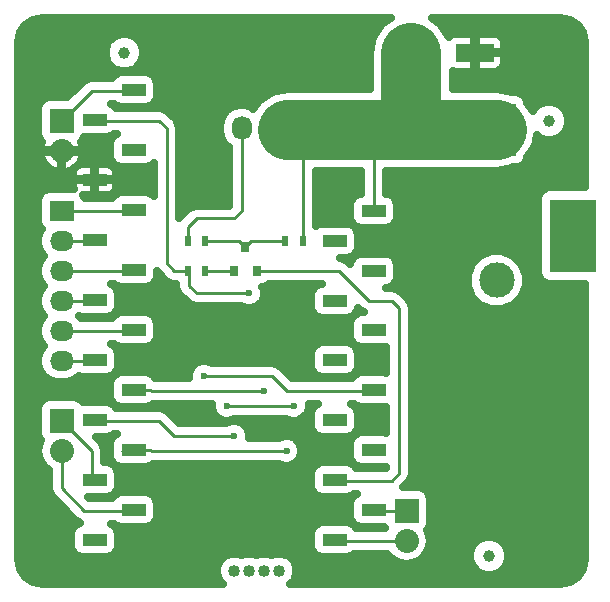
<source format=gtl>
G04 #@! TF.FileFunction,Copper,L1,Top,Signal*
%FSLAX46Y46*%
G04 Gerber Fmt 4.6, Leading zero omitted, Abs format (unit mm)*
G04 Created by KiCad (PCBNEW 4.0.5+dfsg1-4) date Tue May 29 16:35:46 2018*
%MOMM*%
%LPD*%
G01*
G04 APERTURE LIST*
%ADD10C,0.100000*%
%ADD11C,1.016000*%
%ADD12R,2.032000X2.032000*%
%ADD13O,2.032000X2.032000*%
%ADD14R,2.032000X1.727200*%
%ADD15O,2.032000X1.727200*%
%ADD16R,0.797560X0.899160*%
%ADD17R,0.500000X0.900000*%
%ADD18C,3.556000*%
%ADD19R,3.300000X4.400000*%
%ADD20R,3.900000X6.200000*%
%ADD21C,3.000000*%
%ADD22R,3.197860X1.597660*%
%ADD23C,1.000000*%
%ADD24O,1.727200X2.032000*%
%ADD25R,2.000000X1.000000*%
%ADD26C,0.600000*%
%ADD27C,0.250000*%
%ADD28C,5.080000*%
%ADD29C,0.635000*%
G04 APERTURE END LIST*
D10*
D11*
X78105000Y-102870000D03*
X76855000Y-102870000D03*
X75565000Y-102870000D03*
X74315000Y-102870000D03*
D12*
X59690000Y-64770000D03*
D13*
X59690000Y-67310000D03*
D12*
X88900000Y-97790000D03*
D13*
X88900000Y-100330000D03*
D12*
X59690000Y-90170000D03*
D13*
X59690000Y-92710000D03*
D14*
X59690000Y-72390000D03*
D15*
X59690000Y-74930000D03*
X59690000Y-77470000D03*
X59690000Y-80010000D03*
X59690000Y-82550000D03*
X59690000Y-85090000D03*
D16*
X74300040Y-77448220D03*
X76199960Y-77448220D03*
X75250000Y-75451780D03*
D17*
X71870000Y-77470000D03*
X70370000Y-77470000D03*
X80125000Y-74930000D03*
X78625000Y-74930000D03*
X70370000Y-74930000D03*
X71870000Y-74930000D03*
D18*
X59000000Y-101000000D03*
X101000000Y-59000000D03*
X59000000Y-59000000D03*
X101000000Y-101000000D03*
D19*
X96520000Y-65530000D03*
D20*
X90070000Y-74480000D03*
X102970000Y-74480000D03*
D21*
X96520000Y-78280000D03*
D22*
X89302520Y-59000000D03*
X94697480Y-59000000D03*
D23*
X100965000Y-64770000D03*
X95885000Y-101600000D03*
X65000000Y-59000000D03*
D18*
X78740000Y-65405000D03*
D24*
X74930000Y-65405000D03*
D18*
X71120000Y-65405000D03*
D25*
X65785000Y-82450000D03*
X62485000Y-84990000D03*
X65785000Y-87530000D03*
X62485000Y-90070000D03*
X65785000Y-92610000D03*
X62485000Y-95150000D03*
X65785000Y-97690000D03*
X62485000Y-100230000D03*
X65785000Y-62130000D03*
X62485000Y-64670000D03*
X65785000Y-67210000D03*
X62485000Y-69750000D03*
X65785000Y-72290000D03*
X62485000Y-74830000D03*
X65785000Y-77370000D03*
X62485000Y-79910000D03*
X86105000Y-72390000D03*
X82805000Y-74930000D03*
X86105000Y-77470000D03*
X82805000Y-80010000D03*
X86105000Y-82450000D03*
X82805000Y-84990000D03*
X86105000Y-87530000D03*
X82805000Y-90070000D03*
X86105000Y-92610000D03*
X82805000Y-95150000D03*
X86105000Y-97690000D03*
X82805000Y-100230000D03*
D26*
X78105000Y-97790000D03*
X92710000Y-76200000D03*
X92710000Y-74930000D03*
X92710000Y-73660000D03*
X92710000Y-72390000D03*
X92710000Y-71120000D03*
X93345000Y-71755000D03*
X93345000Y-73025000D03*
X93345000Y-74295000D03*
X93345000Y-75565000D03*
X93980000Y-74930000D03*
X93980000Y-73660000D03*
X93980000Y-72390000D03*
X93980000Y-71120000D03*
X93980000Y-69850000D03*
X93345000Y-70485000D03*
X68580000Y-101600000D03*
X75565000Y-79375000D03*
X79375000Y-88900000D03*
X73660000Y-88900000D03*
X71755000Y-86360000D03*
X76835000Y-87630000D03*
X74295000Y-91440000D03*
X78740000Y-92710000D03*
D27*
X86360000Y-66040000D02*
X86360000Y-65530000D01*
X86360000Y-65785000D02*
X86360000Y-66040000D01*
X80125000Y-74930000D02*
X80125000Y-66790000D01*
X80125000Y-66790000D02*
X78740000Y-65405000D01*
D28*
X89302520Y-59000000D02*
X89302520Y-65530000D01*
X89535000Y-65405000D02*
X89535000Y-65530000D01*
X89427520Y-65405000D02*
X89535000Y-65405000D01*
D27*
X89302520Y-65530000D02*
X89427520Y-65405000D01*
D28*
X96520000Y-65530000D02*
X89535000Y-65530000D01*
X89535000Y-65530000D02*
X86360000Y-65530000D01*
X86360000Y-65530000D02*
X78865000Y-65530000D01*
D27*
X78865000Y-65530000D02*
X78740000Y-65405000D01*
X86105000Y-72390000D02*
X86105000Y-65530000D01*
X86105000Y-65530000D02*
X86360000Y-65785000D01*
X70370000Y-74930000D02*
X70370000Y-73775000D01*
X74930000Y-72390000D02*
X74930000Y-65405000D01*
X74295000Y-73025000D02*
X74930000Y-72390000D01*
X71120000Y-73025000D02*
X74295000Y-73025000D01*
X70370000Y-73775000D02*
X71120000Y-73025000D01*
X90070000Y-74480000D02*
X90990000Y-74480000D01*
X90990000Y-74480000D02*
X92710000Y-76200000D01*
X92710000Y-74930000D02*
X92710000Y-73660000D01*
X92710000Y-72390000D02*
X92710000Y-71120000D01*
X93345000Y-71755000D02*
X93345000Y-73025000D01*
X93345000Y-74295000D02*
X93345000Y-75565000D01*
X93980000Y-74930000D02*
X93980000Y-73660000D01*
X93980000Y-72390000D02*
X93980000Y-71120000D01*
X93980000Y-69850000D02*
X93345000Y-70485000D01*
X71870000Y-77470000D02*
X74278260Y-77470000D01*
X74278260Y-77470000D02*
X74300040Y-77448220D01*
X78625000Y-74930000D02*
X75771780Y-74930000D01*
X75771780Y-74930000D02*
X75250000Y-75451780D01*
X71870000Y-74930000D02*
X74728220Y-74930000D01*
X74728220Y-74930000D02*
X75250000Y-75451780D01*
X70485000Y-78740000D02*
X70485000Y-77585000D01*
X71120000Y-79375000D02*
X70485000Y-78740000D01*
X75565000Y-79375000D02*
X71120000Y-79375000D01*
X70485000Y-77585000D02*
X70370000Y-77470000D01*
X70485000Y-77585000D02*
X70370000Y-77470000D01*
X62485000Y-64770000D02*
X67945000Y-64770000D01*
X69215000Y-77470000D02*
X70370000Y-77470000D01*
X68580000Y-76835000D02*
X69215000Y-77470000D01*
X68580000Y-65405000D02*
X68580000Y-76835000D01*
X67945000Y-64770000D02*
X68580000Y-65405000D01*
X73660000Y-88900000D02*
X79375000Y-88900000D01*
X65785000Y-62230000D02*
X62230000Y-62230000D01*
X62230000Y-62230000D02*
X59690000Y-64770000D01*
X59690000Y-72390000D02*
X65785000Y-72390000D01*
X62485000Y-74930000D02*
X59690000Y-74930000D01*
X65785000Y-77470000D02*
X59690000Y-77470000D01*
X62485000Y-80010000D02*
X59690000Y-80010000D01*
X76221740Y-77470000D02*
X83185000Y-77470000D01*
X87630000Y-95250000D02*
X82805000Y-95250000D01*
X88265000Y-94615000D02*
X87630000Y-95250000D01*
X88265000Y-80645000D02*
X88265000Y-94615000D01*
X87630000Y-80010000D02*
X88265000Y-80645000D01*
X85725000Y-80010000D02*
X87630000Y-80010000D01*
X83185000Y-77470000D02*
X85725000Y-80010000D01*
X76221740Y-77470000D02*
X76199960Y-77448220D01*
X76221740Y-77470000D02*
X76199960Y-77448220D01*
X82805000Y-100330000D02*
X88900000Y-100330000D01*
X65785000Y-82550000D02*
X59690000Y-82550000D01*
X59690000Y-85090000D02*
X62485000Y-85090000D01*
X59690000Y-90170000D02*
X62230000Y-92710000D01*
X62230000Y-92710000D02*
X62230000Y-94995000D01*
X62230000Y-94995000D02*
X62485000Y-95250000D01*
X59690000Y-92710000D02*
X59690000Y-95885000D01*
X61595000Y-97790000D02*
X65785000Y-97790000D01*
X59690000Y-95885000D02*
X61595000Y-97790000D01*
X71755000Y-86360000D02*
X77470000Y-86360000D01*
X78740000Y-87630000D02*
X86105000Y-87630000D01*
X77470000Y-86360000D02*
X78740000Y-87630000D01*
X67210000Y-87530000D02*
X65785000Y-87530000D01*
X67310000Y-87630000D02*
X67210000Y-87530000D01*
X76835000Y-87630000D02*
X67310000Y-87630000D01*
X74295000Y-91440000D02*
X69215000Y-91440000D01*
X69215000Y-91440000D02*
X67945000Y-90170000D01*
X67945000Y-90170000D02*
X62585000Y-90170000D01*
X62585000Y-90170000D02*
X62485000Y-90070000D01*
X62485000Y-90170000D02*
X62865000Y-90170000D01*
X67210000Y-92610000D02*
X65785000Y-92610000D01*
X67310000Y-92710000D02*
X67210000Y-92610000D01*
X78740000Y-92710000D02*
X67310000Y-92710000D01*
X64840000Y-92700000D02*
X66050000Y-92700000D01*
X86105000Y-97790000D02*
X88900000Y-97790000D01*
D29*
G36*
X86832950Y-56530430D02*
X86075871Y-57663478D01*
X85810020Y-59000000D01*
X85810020Y-62037500D01*
X78865000Y-62037500D01*
X77528478Y-62303351D01*
X76395430Y-63060430D01*
X75937861Y-63745230D01*
X75624991Y-63536177D01*
X74930000Y-63397935D01*
X74235009Y-63536177D01*
X73645823Y-63929858D01*
X73252142Y-64519044D01*
X73113900Y-65214035D01*
X73113900Y-65595965D01*
X73252142Y-66290956D01*
X73645823Y-66880142D01*
X73852500Y-67018239D01*
X73852500Y-71943685D01*
X73848684Y-71947500D01*
X71120005Y-71947500D01*
X71120000Y-71947499D01*
X70707658Y-72029520D01*
X70567642Y-72123076D01*
X70358092Y-72263092D01*
X70358090Y-72263095D01*
X69657500Y-72963684D01*
X69657500Y-65405005D01*
X69657501Y-65405000D01*
X69575480Y-64992659D01*
X69486498Y-64859487D01*
X69341908Y-64643092D01*
X69341905Y-64643090D01*
X68706908Y-64008092D01*
X68357342Y-63774520D01*
X67945000Y-63692499D01*
X67944995Y-63692500D01*
X64309614Y-63692500D01*
X64181135Y-63492838D01*
X63909883Y-63307500D01*
X64089360Y-63307500D01*
X64407164Y-63524646D01*
X64785000Y-63601160D01*
X66785000Y-63601160D01*
X67137975Y-63534743D01*
X67462162Y-63326135D01*
X67679646Y-63007836D01*
X67756160Y-62630000D01*
X67756160Y-61630000D01*
X67689743Y-61277025D01*
X67481135Y-60952838D01*
X67162836Y-60735354D01*
X66785000Y-60658840D01*
X64785000Y-60658840D01*
X64432025Y-60725257D01*
X64107838Y-60933865D01*
X63958451Y-61152500D01*
X62230000Y-61152500D01*
X61817659Y-61234520D01*
X61468092Y-61468092D01*
X61468090Y-61468095D01*
X60153344Y-62782840D01*
X58674000Y-62782840D01*
X58321025Y-62849257D01*
X57996838Y-63057865D01*
X57779354Y-63376164D01*
X57702840Y-63754000D01*
X57702840Y-65786000D01*
X57769257Y-66138975D01*
X57977865Y-66463162D01*
X58062433Y-66520945D01*
X57885617Y-66942110D01*
X57882187Y-66959379D01*
X58056108Y-67246500D01*
X59626500Y-67246500D01*
X59626500Y-67226500D01*
X59753500Y-67226500D01*
X59753500Y-67246500D01*
X61323892Y-67246500D01*
X61497813Y-66959379D01*
X61494383Y-66942110D01*
X61318690Y-66523621D01*
X61383162Y-66482135D01*
X61600646Y-66163836D01*
X61605238Y-66141160D01*
X63485000Y-66141160D01*
X63837975Y-66074743D01*
X64162162Y-65866135D01*
X64174895Y-65847500D01*
X64366377Y-65847500D01*
X64107838Y-66013865D01*
X63890354Y-66332164D01*
X63813840Y-66710000D01*
X63813840Y-67710000D01*
X63880257Y-68062975D01*
X64088865Y-68387162D01*
X64407164Y-68604646D01*
X64785000Y-68681160D01*
X66785000Y-68681160D01*
X67137975Y-68614743D01*
X67462162Y-68406135D01*
X67502500Y-68347098D01*
X67502500Y-71146040D01*
X67481135Y-71112838D01*
X67162836Y-70895354D01*
X66785000Y-70818840D01*
X64785000Y-70818840D01*
X64432025Y-70885257D01*
X64107838Y-71093865D01*
X63958451Y-71312500D01*
X61636912Y-71312500D01*
X61610743Y-71173425D01*
X61547730Y-71075500D01*
X62215125Y-71075500D01*
X62421500Y-70869125D01*
X62421500Y-69813500D01*
X62548500Y-69813500D01*
X62548500Y-70869125D01*
X62754875Y-71075500D01*
X63649202Y-71075500D01*
X63952608Y-70949825D01*
X64184825Y-70717608D01*
X64310500Y-70414202D01*
X64310500Y-70019875D01*
X64104125Y-69813500D01*
X62548500Y-69813500D01*
X62421500Y-69813500D01*
X60865875Y-69813500D01*
X60659500Y-70019875D01*
X60659500Y-70414202D01*
X60719011Y-70557875D01*
X60706000Y-70555240D01*
X58674000Y-70555240D01*
X58321025Y-70621657D01*
X57996838Y-70830265D01*
X57779354Y-71148564D01*
X57702840Y-71526400D01*
X57702840Y-73253600D01*
X57769257Y-73606575D01*
X57977865Y-73930762D01*
X58009861Y-73952624D01*
X57821177Y-74235009D01*
X57682935Y-74930000D01*
X57821177Y-75624991D01*
X58205385Y-76200000D01*
X57821177Y-76775009D01*
X57682935Y-77470000D01*
X57821177Y-78164991D01*
X58205385Y-78740000D01*
X57821177Y-79315009D01*
X57682935Y-80010000D01*
X57821177Y-80704991D01*
X58205385Y-81280000D01*
X57821177Y-81855009D01*
X57682935Y-82550000D01*
X57821177Y-83244991D01*
X58205385Y-83820000D01*
X57821177Y-84395009D01*
X57682935Y-85090000D01*
X57821177Y-85784991D01*
X58214858Y-86374177D01*
X58804044Y-86767858D01*
X59499035Y-86906100D01*
X59880965Y-86906100D01*
X60575956Y-86767858D01*
X61139633Y-86391221D01*
X61485000Y-86461160D01*
X63485000Y-86461160D01*
X63837975Y-86394743D01*
X64162162Y-86186135D01*
X64379646Y-85867836D01*
X64456160Y-85490000D01*
X64456160Y-84490000D01*
X80833840Y-84490000D01*
X80833840Y-85490000D01*
X80900257Y-85842975D01*
X81108865Y-86167162D01*
X81427164Y-86384646D01*
X81805000Y-86461160D01*
X83805000Y-86461160D01*
X84157975Y-86394743D01*
X84482162Y-86186135D01*
X84699646Y-85867836D01*
X84776160Y-85490000D01*
X84776160Y-84490000D01*
X84709743Y-84137025D01*
X84501135Y-83812838D01*
X84182836Y-83595354D01*
X83805000Y-83518840D01*
X81805000Y-83518840D01*
X81452025Y-83585257D01*
X81127838Y-83793865D01*
X80910354Y-84112164D01*
X80833840Y-84490000D01*
X64456160Y-84490000D01*
X64389743Y-84137025D01*
X64181135Y-83812838D01*
X63909883Y-83627500D01*
X64089360Y-83627500D01*
X64407164Y-83844646D01*
X64785000Y-83921160D01*
X66785000Y-83921160D01*
X67137975Y-83854743D01*
X67462162Y-83646135D01*
X67679646Y-83327836D01*
X67756160Y-82950000D01*
X67756160Y-81950000D01*
X67689743Y-81597025D01*
X67481135Y-81272838D01*
X67162836Y-81055354D01*
X66785000Y-80978840D01*
X64785000Y-80978840D01*
X64432025Y-81045257D01*
X64107838Y-81253865D01*
X63958451Y-81472500D01*
X61303239Y-81472500D01*
X61204215Y-81324299D01*
X61485000Y-81381160D01*
X63485000Y-81381160D01*
X63837975Y-81314743D01*
X64162162Y-81106135D01*
X64379646Y-80787836D01*
X64456160Y-80410000D01*
X64456160Y-79410000D01*
X64389743Y-79057025D01*
X64181135Y-78732838D01*
X63909883Y-78547500D01*
X64089360Y-78547500D01*
X64407164Y-78764646D01*
X64785000Y-78841160D01*
X66785000Y-78841160D01*
X67137975Y-78774743D01*
X67462162Y-78566135D01*
X67679646Y-78247836D01*
X67756160Y-77870000D01*
X67756160Y-77504220D01*
X67818092Y-77596908D01*
X68453090Y-78231905D01*
X68453092Y-78231908D01*
X68674010Y-78379520D01*
X68802659Y-78465480D01*
X69215000Y-78547501D01*
X69215005Y-78547500D01*
X69391908Y-78547500D01*
X69407500Y-78571730D01*
X69407500Y-78739995D01*
X69407499Y-78740000D01*
X69489520Y-79152342D01*
X69723092Y-79501908D01*
X70358090Y-80136905D01*
X70358092Y-80136908D01*
X70688856Y-80357916D01*
X70707659Y-80370480D01*
X71120000Y-80452501D01*
X71120005Y-80452500D01*
X74893846Y-80452500D01*
X75314769Y-80627282D01*
X75813045Y-80627717D01*
X76273557Y-80437437D01*
X76626199Y-80085411D01*
X76817282Y-79625231D01*
X76817717Y-79126955D01*
X76703009Y-78849340D01*
X76951715Y-78802543D01*
X77275902Y-78593935D01*
X77307630Y-78547500D01*
X81758976Y-78547500D01*
X81452025Y-78605257D01*
X81127838Y-78813865D01*
X80910354Y-79132164D01*
X80833840Y-79510000D01*
X80833840Y-80510000D01*
X80900257Y-80862975D01*
X81108865Y-81187162D01*
X81427164Y-81404646D01*
X81805000Y-81481160D01*
X83805000Y-81481160D01*
X84157975Y-81414743D01*
X84482162Y-81206135D01*
X84699646Y-80887836D01*
X84763534Y-80572349D01*
X84963090Y-80771905D01*
X84963092Y-80771908D01*
X85272789Y-80978840D01*
X85105000Y-80978840D01*
X84752025Y-81045257D01*
X84427838Y-81253865D01*
X84210354Y-81572164D01*
X84133840Y-81950000D01*
X84133840Y-82950000D01*
X84200257Y-83302975D01*
X84408865Y-83627162D01*
X84727164Y-83844646D01*
X85105000Y-83921160D01*
X87105000Y-83921160D01*
X87187500Y-83905637D01*
X87187500Y-86075547D01*
X87105000Y-86058840D01*
X85105000Y-86058840D01*
X84752025Y-86125257D01*
X84427838Y-86333865D01*
X84278451Y-86552500D01*
X79186315Y-86552500D01*
X78231908Y-85598092D01*
X77882342Y-85364520D01*
X77470000Y-85282499D01*
X77469995Y-85282500D01*
X72426154Y-85282500D01*
X72005231Y-85107718D01*
X71506955Y-85107283D01*
X71046443Y-85297563D01*
X70693801Y-85649589D01*
X70502718Y-86109769D01*
X70502331Y-86552500D01*
X67649251Y-86552500D01*
X67622342Y-86534520D01*
X67594477Y-86528977D01*
X67481135Y-86352838D01*
X67162836Y-86135354D01*
X66785000Y-86058840D01*
X64785000Y-86058840D01*
X64432025Y-86125257D01*
X64107838Y-86333865D01*
X63890354Y-86652164D01*
X63813840Y-87030000D01*
X63813840Y-88030000D01*
X63880257Y-88382975D01*
X64088865Y-88707162D01*
X64407164Y-88924646D01*
X64785000Y-89001160D01*
X66785000Y-89001160D01*
X67137975Y-88934743D01*
X67462162Y-88726135D01*
X67474895Y-88707500D01*
X72407668Y-88707500D01*
X72407283Y-89148045D01*
X72597563Y-89608557D01*
X72949589Y-89961199D01*
X73409769Y-90152282D01*
X73908045Y-90152717D01*
X74332102Y-89977500D01*
X78703846Y-89977500D01*
X79124769Y-90152282D01*
X79623045Y-90152717D01*
X80083557Y-89962437D01*
X80436199Y-89610411D01*
X80627282Y-89150231D01*
X80627669Y-88707500D01*
X81386377Y-88707500D01*
X81127838Y-88873865D01*
X80910354Y-89192164D01*
X80833840Y-89570000D01*
X80833840Y-90570000D01*
X80900257Y-90922975D01*
X81108865Y-91247162D01*
X81427164Y-91464646D01*
X81805000Y-91541160D01*
X83805000Y-91541160D01*
X84157975Y-91474743D01*
X84482162Y-91266135D01*
X84699646Y-90947836D01*
X84776160Y-90570000D01*
X84776160Y-89570000D01*
X84709743Y-89217025D01*
X84501135Y-88892838D01*
X84229883Y-88707500D01*
X84409360Y-88707500D01*
X84727164Y-88924646D01*
X85105000Y-89001160D01*
X87105000Y-89001160D01*
X87187500Y-88985637D01*
X87187500Y-91155547D01*
X87105000Y-91138840D01*
X85105000Y-91138840D01*
X84752025Y-91205257D01*
X84427838Y-91413865D01*
X84210354Y-91732164D01*
X84133840Y-92110000D01*
X84133840Y-93110000D01*
X84200257Y-93462975D01*
X84408865Y-93787162D01*
X84727164Y-94004646D01*
X85105000Y-94081160D01*
X87105000Y-94081160D01*
X87187500Y-94065637D01*
X87187500Y-94168685D01*
X87183684Y-94172500D01*
X84629614Y-94172500D01*
X84501135Y-93972838D01*
X84182836Y-93755354D01*
X83805000Y-93678840D01*
X81805000Y-93678840D01*
X81452025Y-93745257D01*
X81127838Y-93953865D01*
X80910354Y-94272164D01*
X80833840Y-94650000D01*
X80833840Y-95650000D01*
X80900257Y-96002975D01*
X81108865Y-96327162D01*
X81427164Y-96544646D01*
X81805000Y-96621160D01*
X83805000Y-96621160D01*
X84157975Y-96554743D01*
X84482162Y-96346135D01*
X84494895Y-96327500D01*
X84686377Y-96327500D01*
X84427838Y-96493865D01*
X84210354Y-96812164D01*
X84133840Y-97190000D01*
X84133840Y-98190000D01*
X84200257Y-98542975D01*
X84408865Y-98867162D01*
X84727164Y-99084646D01*
X85105000Y-99161160D01*
X86980663Y-99161160D01*
X87039439Y-99252500D01*
X84629614Y-99252500D01*
X84501135Y-99052838D01*
X84182836Y-98835354D01*
X83805000Y-98758840D01*
X81805000Y-98758840D01*
X81452025Y-98825257D01*
X81127838Y-99033865D01*
X80910354Y-99352164D01*
X80833840Y-99730000D01*
X80833840Y-100730000D01*
X80900257Y-101082975D01*
X81108865Y-101407162D01*
X81427164Y-101624646D01*
X81805000Y-101701160D01*
X83805000Y-101701160D01*
X84157975Y-101634743D01*
X84482162Y-101426135D01*
X84494895Y-101407500D01*
X87259393Y-101407500D01*
X87469495Y-101721940D01*
X88108123Y-102148657D01*
X88861435Y-102298500D01*
X88938565Y-102298500D01*
X89691877Y-102148657D01*
X90042485Y-101914388D01*
X94297225Y-101914388D01*
X94538398Y-102498072D01*
X94984579Y-102945032D01*
X95567841Y-103187224D01*
X96199388Y-103187775D01*
X96783072Y-102946602D01*
X97230032Y-102500421D01*
X97472224Y-101917159D01*
X97472775Y-101285612D01*
X97231602Y-100701928D01*
X96785421Y-100254968D01*
X96202159Y-100012776D01*
X95570612Y-100012225D01*
X94986928Y-100253398D01*
X94539968Y-100699579D01*
X94297776Y-101282841D01*
X94297225Y-101914388D01*
X90042485Y-101914388D01*
X90330505Y-101721940D01*
X90757222Y-101083312D01*
X90907065Y-100330000D01*
X90757222Y-99576688D01*
X90650923Y-99417599D01*
X90810646Y-99183836D01*
X90887160Y-98806000D01*
X90887160Y-96774000D01*
X90820743Y-96421025D01*
X90612135Y-96096838D01*
X90293836Y-95879354D01*
X89916000Y-95802840D01*
X88600976Y-95802840D01*
X89026905Y-95376910D01*
X89026908Y-95376908D01*
X89260480Y-95027341D01*
X89266913Y-94995000D01*
X89342501Y-94615000D01*
X89342500Y-94614995D01*
X89342500Y-80645005D01*
X89342501Y-80645000D01*
X89260480Y-80232659D01*
X89026908Y-79883092D01*
X89026905Y-79883090D01*
X88391908Y-79248092D01*
X88042342Y-79014520D01*
X87630000Y-78932499D01*
X87629995Y-78932500D01*
X87151024Y-78932500D01*
X87457975Y-78874743D01*
X87627445Y-78765692D01*
X94067076Y-78765692D01*
X94439660Y-79667415D01*
X95128957Y-80357916D01*
X96030027Y-80732073D01*
X97005692Y-80732924D01*
X97907415Y-80360340D01*
X98597916Y-79671043D01*
X98972073Y-78769973D01*
X98972924Y-77794308D01*
X98600340Y-76892585D01*
X97911043Y-76202084D01*
X97009973Y-75827927D01*
X96034308Y-75827076D01*
X95132585Y-76199660D01*
X94442084Y-76888957D01*
X94067927Y-77790027D01*
X94067076Y-78765692D01*
X87627445Y-78765692D01*
X87782162Y-78666135D01*
X87999646Y-78347836D01*
X88076160Y-77970000D01*
X88076160Y-76970000D01*
X88009743Y-76617025D01*
X87801135Y-76292838D01*
X87482836Y-76075354D01*
X87105000Y-75998840D01*
X85105000Y-75998840D01*
X84752025Y-76065257D01*
X84427838Y-76273865D01*
X84210354Y-76592164D01*
X84146466Y-76907650D01*
X83946908Y-76708092D01*
X83597342Y-76474520D01*
X83228541Y-76401160D01*
X83805000Y-76401160D01*
X84157975Y-76334743D01*
X84482162Y-76126135D01*
X84699646Y-75807836D01*
X84776160Y-75430000D01*
X84776160Y-74430000D01*
X84709743Y-74077025D01*
X84501135Y-73752838D01*
X84182836Y-73535354D01*
X83805000Y-73458840D01*
X81805000Y-73458840D01*
X81452025Y-73525257D01*
X81202500Y-73685821D01*
X81202500Y-69022500D01*
X85027500Y-69022500D01*
X85027500Y-70933423D01*
X84752025Y-70985257D01*
X84427838Y-71193865D01*
X84210354Y-71512164D01*
X84133840Y-71890000D01*
X84133840Y-72890000D01*
X84200257Y-73242975D01*
X84408865Y-73567162D01*
X84727164Y-73784646D01*
X85105000Y-73861160D01*
X87105000Y-73861160D01*
X87457975Y-73794743D01*
X87782162Y-73586135D01*
X87999646Y-73267836D01*
X88076160Y-72890000D01*
X88076160Y-71890000D01*
X88009743Y-71537025D01*
X87801135Y-71212838D01*
X87482836Y-70995354D01*
X87182500Y-70934534D01*
X87182500Y-69022500D01*
X96520000Y-69022500D01*
X97856522Y-68756649D01*
X97939567Y-68701160D01*
X98170000Y-68701160D01*
X98522975Y-68634743D01*
X98847162Y-68426135D01*
X99064646Y-68107836D01*
X99128753Y-67791268D01*
X99746649Y-66866522D01*
X99924118Y-65974326D01*
X100064579Y-66115032D01*
X100647841Y-66357224D01*
X101279388Y-66357775D01*
X101863072Y-66116602D01*
X102310032Y-65670421D01*
X102552224Y-65087159D01*
X102552775Y-64455612D01*
X102311602Y-63871928D01*
X101865421Y-63424968D01*
X101282159Y-63182776D01*
X100650612Y-63182225D01*
X100066928Y-63423398D01*
X99619968Y-63869579D01*
X99585573Y-63952411D01*
X99129976Y-63270562D01*
X99074743Y-62977025D01*
X98866135Y-62652838D01*
X98547836Y-62435354D01*
X98170000Y-62358840D01*
X97939567Y-62358840D01*
X97856522Y-62303351D01*
X96520000Y-62037500D01*
X92795020Y-62037500D01*
X92795020Y-60566618D01*
X92934348Y-60624330D01*
X94427605Y-60624330D01*
X94633980Y-60417955D01*
X94633980Y-59063500D01*
X94760980Y-59063500D01*
X94760980Y-60417955D01*
X94967355Y-60624330D01*
X96460612Y-60624330D01*
X96764018Y-60498655D01*
X96996235Y-60266438D01*
X97121910Y-59963032D01*
X97121910Y-59269875D01*
X96915535Y-59063500D01*
X94760980Y-59063500D01*
X94633980Y-59063500D01*
X94613980Y-59063500D01*
X94613980Y-58936500D01*
X94633980Y-58936500D01*
X94633980Y-57582045D01*
X94760980Y-57582045D01*
X94760980Y-58936500D01*
X96915535Y-58936500D01*
X97121910Y-58730125D01*
X97121910Y-58036968D01*
X96996235Y-57733562D01*
X96764018Y-57501345D01*
X96460612Y-57375670D01*
X94967355Y-57375670D01*
X94760980Y-57582045D01*
X94633980Y-57582045D01*
X94427605Y-57375670D01*
X92934348Y-57375670D01*
X92630942Y-57501345D01*
X92504992Y-57627295D01*
X91772090Y-56530430D01*
X91019403Y-56027500D01*
X101898800Y-56027500D01*
X102747139Y-56196245D01*
X103380534Y-56619466D01*
X103803755Y-57252861D01*
X103972500Y-58101200D01*
X103972500Y-70408840D01*
X101020000Y-70408840D01*
X100667025Y-70475257D01*
X100342838Y-70683865D01*
X100125354Y-71002164D01*
X100048840Y-71380000D01*
X100048840Y-77580000D01*
X100115257Y-77932975D01*
X100323865Y-78257162D01*
X100642164Y-78474646D01*
X101020000Y-78551160D01*
X103972500Y-78551160D01*
X103972500Y-101898800D01*
X103803755Y-102747139D01*
X103380534Y-103380534D01*
X102747139Y-103803755D01*
X101898800Y-103972500D01*
X79067838Y-103972500D01*
X79342430Y-103698387D01*
X79565246Y-103161786D01*
X79565753Y-102580763D01*
X79343874Y-102043774D01*
X78933387Y-101632570D01*
X78396786Y-101409754D01*
X77815763Y-101409247D01*
X77479837Y-101548049D01*
X77146786Y-101409754D01*
X76565763Y-101409247D01*
X76209787Y-101556333D01*
X75856786Y-101409754D01*
X75275763Y-101409247D01*
X74939837Y-101548049D01*
X74606786Y-101409754D01*
X74025763Y-101409247D01*
X73488774Y-101631126D01*
X73077570Y-102041613D01*
X72854754Y-102578214D01*
X72854247Y-103159237D01*
X73076126Y-103696226D01*
X73351918Y-103972500D01*
X58101200Y-103972500D01*
X57252861Y-103803755D01*
X56619466Y-103380534D01*
X56196245Y-102747139D01*
X56027500Y-101898800D01*
X56027500Y-92710000D01*
X57682935Y-92710000D01*
X57832778Y-93463312D01*
X58259495Y-94101940D01*
X58612500Y-94337810D01*
X58612500Y-95884995D01*
X58612499Y-95885000D01*
X58694520Y-96297342D01*
X58928092Y-96646908D01*
X60833090Y-98551905D01*
X60833092Y-98551908D01*
X61142789Y-98758840D01*
X61182659Y-98785480D01*
X61260807Y-98801025D01*
X61132025Y-98825257D01*
X60807838Y-99033865D01*
X60590354Y-99352164D01*
X60513840Y-99730000D01*
X60513840Y-100730000D01*
X60580257Y-101082975D01*
X60788865Y-101407162D01*
X61107164Y-101624646D01*
X61485000Y-101701160D01*
X63485000Y-101701160D01*
X63837975Y-101634743D01*
X64162162Y-101426135D01*
X64379646Y-101107836D01*
X64456160Y-100730000D01*
X64456160Y-99730000D01*
X64389743Y-99377025D01*
X64181135Y-99052838D01*
X63909883Y-98867500D01*
X64089360Y-98867500D01*
X64407164Y-99084646D01*
X64785000Y-99161160D01*
X66785000Y-99161160D01*
X67137975Y-99094743D01*
X67462162Y-98886135D01*
X67679646Y-98567836D01*
X67756160Y-98190000D01*
X67756160Y-97190000D01*
X67689743Y-96837025D01*
X67481135Y-96512838D01*
X67162836Y-96295354D01*
X66785000Y-96218840D01*
X64785000Y-96218840D01*
X64432025Y-96285257D01*
X64107838Y-96493865D01*
X63958451Y-96712500D01*
X62041315Y-96712500D01*
X61949975Y-96621160D01*
X63485000Y-96621160D01*
X63837975Y-96554743D01*
X64162162Y-96346135D01*
X64379646Y-96027836D01*
X64456160Y-95650000D01*
X64456160Y-94650000D01*
X64389743Y-94297025D01*
X64181135Y-93972838D01*
X63862836Y-93755354D01*
X63485000Y-93678840D01*
X63307500Y-93678840D01*
X63307500Y-92710000D01*
X63225480Y-92297659D01*
X62991908Y-91948092D01*
X62991905Y-91948090D01*
X62584975Y-91541160D01*
X63485000Y-91541160D01*
X63837975Y-91474743D01*
X64162162Y-91266135D01*
X64174895Y-91247500D01*
X64366377Y-91247500D01*
X64107838Y-91413865D01*
X63890354Y-91732164D01*
X63813840Y-92110000D01*
X63813840Y-92441897D01*
X63762500Y-92700000D01*
X63813840Y-92958103D01*
X63813840Y-93110000D01*
X63880257Y-93462975D01*
X64088865Y-93787162D01*
X64407164Y-94004646D01*
X64785000Y-94081160D01*
X66785000Y-94081160D01*
X67137975Y-94014743D01*
X67462162Y-93806135D01*
X67474895Y-93787500D01*
X78068846Y-93787500D01*
X78489769Y-93962282D01*
X78988045Y-93962717D01*
X79448557Y-93772437D01*
X79801199Y-93420411D01*
X79992282Y-92960231D01*
X79992717Y-92461955D01*
X79802437Y-92001443D01*
X79450411Y-91648801D01*
X78990231Y-91457718D01*
X78491955Y-91457283D01*
X78067898Y-91632500D01*
X75547332Y-91632500D01*
X75547717Y-91191955D01*
X75357437Y-90731443D01*
X75005411Y-90378801D01*
X74545231Y-90187718D01*
X74046955Y-90187283D01*
X73622898Y-90362500D01*
X69661315Y-90362500D01*
X68706908Y-89408092D01*
X68357342Y-89174520D01*
X67945000Y-89092499D01*
X67944995Y-89092500D01*
X64309614Y-89092500D01*
X64181135Y-88892838D01*
X63862836Y-88675354D01*
X63485000Y-88598840D01*
X61485000Y-88598840D01*
X61481112Y-88599572D01*
X61402135Y-88476838D01*
X61083836Y-88259354D01*
X60706000Y-88182840D01*
X58674000Y-88182840D01*
X58321025Y-88249257D01*
X57996838Y-88457865D01*
X57779354Y-88776164D01*
X57702840Y-89154000D01*
X57702840Y-91186000D01*
X57769257Y-91538975D01*
X57937345Y-91800192D01*
X57832778Y-91956688D01*
X57682935Y-92710000D01*
X56027500Y-92710000D01*
X56027500Y-67660621D01*
X57882187Y-67660621D01*
X57885617Y-67677890D01*
X58163753Y-68340393D01*
X58674246Y-68846028D01*
X59339378Y-69117817D01*
X59626500Y-68944034D01*
X59626500Y-67373500D01*
X59753500Y-67373500D01*
X59753500Y-68944034D01*
X60040622Y-69117817D01*
X60118980Y-69085798D01*
X60659500Y-69085798D01*
X60659500Y-69480125D01*
X60865875Y-69686500D01*
X62421500Y-69686500D01*
X62421500Y-68630875D01*
X62548500Y-68630875D01*
X62548500Y-69686500D01*
X64104125Y-69686500D01*
X64310500Y-69480125D01*
X64310500Y-69085798D01*
X64184825Y-68782392D01*
X63952608Y-68550175D01*
X63649202Y-68424500D01*
X62754875Y-68424500D01*
X62548500Y-68630875D01*
X62421500Y-68630875D01*
X62215125Y-68424500D01*
X61320798Y-68424500D01*
X61017392Y-68550175D01*
X60785175Y-68782392D01*
X60659500Y-69085798D01*
X60118980Y-69085798D01*
X60705754Y-68846028D01*
X61216247Y-68340393D01*
X61494383Y-67677890D01*
X61497813Y-67660621D01*
X61323892Y-67373500D01*
X59753500Y-67373500D01*
X59626500Y-67373500D01*
X58056108Y-67373500D01*
X57882187Y-67660621D01*
X56027500Y-67660621D01*
X56027500Y-59314388D01*
X63412225Y-59314388D01*
X63653398Y-59898072D01*
X64099579Y-60345032D01*
X64682841Y-60587224D01*
X65314388Y-60587775D01*
X65898072Y-60346602D01*
X66345032Y-59900421D01*
X66587224Y-59317159D01*
X66587775Y-58685612D01*
X66346602Y-58101928D01*
X65900421Y-57654968D01*
X65317159Y-57412776D01*
X64685612Y-57412225D01*
X64101928Y-57653398D01*
X63654968Y-58099579D01*
X63412776Y-58682841D01*
X63412225Y-59314388D01*
X56027500Y-59314388D01*
X56027500Y-58101200D01*
X56196245Y-57252861D01*
X56619466Y-56619466D01*
X57252861Y-56196245D01*
X58101200Y-56027500D01*
X87585637Y-56027500D01*
X86832950Y-56530430D01*
X86832950Y-56530430D01*
G37*
X86832950Y-56530430D02*
X86075871Y-57663478D01*
X85810020Y-59000000D01*
X85810020Y-62037500D01*
X78865000Y-62037500D01*
X77528478Y-62303351D01*
X76395430Y-63060430D01*
X75937861Y-63745230D01*
X75624991Y-63536177D01*
X74930000Y-63397935D01*
X74235009Y-63536177D01*
X73645823Y-63929858D01*
X73252142Y-64519044D01*
X73113900Y-65214035D01*
X73113900Y-65595965D01*
X73252142Y-66290956D01*
X73645823Y-66880142D01*
X73852500Y-67018239D01*
X73852500Y-71943685D01*
X73848684Y-71947500D01*
X71120005Y-71947500D01*
X71120000Y-71947499D01*
X70707658Y-72029520D01*
X70567642Y-72123076D01*
X70358092Y-72263092D01*
X70358090Y-72263095D01*
X69657500Y-72963684D01*
X69657500Y-65405005D01*
X69657501Y-65405000D01*
X69575480Y-64992659D01*
X69486498Y-64859487D01*
X69341908Y-64643092D01*
X69341905Y-64643090D01*
X68706908Y-64008092D01*
X68357342Y-63774520D01*
X67945000Y-63692499D01*
X67944995Y-63692500D01*
X64309614Y-63692500D01*
X64181135Y-63492838D01*
X63909883Y-63307500D01*
X64089360Y-63307500D01*
X64407164Y-63524646D01*
X64785000Y-63601160D01*
X66785000Y-63601160D01*
X67137975Y-63534743D01*
X67462162Y-63326135D01*
X67679646Y-63007836D01*
X67756160Y-62630000D01*
X67756160Y-61630000D01*
X67689743Y-61277025D01*
X67481135Y-60952838D01*
X67162836Y-60735354D01*
X66785000Y-60658840D01*
X64785000Y-60658840D01*
X64432025Y-60725257D01*
X64107838Y-60933865D01*
X63958451Y-61152500D01*
X62230000Y-61152500D01*
X61817659Y-61234520D01*
X61468092Y-61468092D01*
X61468090Y-61468095D01*
X60153344Y-62782840D01*
X58674000Y-62782840D01*
X58321025Y-62849257D01*
X57996838Y-63057865D01*
X57779354Y-63376164D01*
X57702840Y-63754000D01*
X57702840Y-65786000D01*
X57769257Y-66138975D01*
X57977865Y-66463162D01*
X58062433Y-66520945D01*
X57885617Y-66942110D01*
X57882187Y-66959379D01*
X58056108Y-67246500D01*
X59626500Y-67246500D01*
X59626500Y-67226500D01*
X59753500Y-67226500D01*
X59753500Y-67246500D01*
X61323892Y-67246500D01*
X61497813Y-66959379D01*
X61494383Y-66942110D01*
X61318690Y-66523621D01*
X61383162Y-66482135D01*
X61600646Y-66163836D01*
X61605238Y-66141160D01*
X63485000Y-66141160D01*
X63837975Y-66074743D01*
X64162162Y-65866135D01*
X64174895Y-65847500D01*
X64366377Y-65847500D01*
X64107838Y-66013865D01*
X63890354Y-66332164D01*
X63813840Y-66710000D01*
X63813840Y-67710000D01*
X63880257Y-68062975D01*
X64088865Y-68387162D01*
X64407164Y-68604646D01*
X64785000Y-68681160D01*
X66785000Y-68681160D01*
X67137975Y-68614743D01*
X67462162Y-68406135D01*
X67502500Y-68347098D01*
X67502500Y-71146040D01*
X67481135Y-71112838D01*
X67162836Y-70895354D01*
X66785000Y-70818840D01*
X64785000Y-70818840D01*
X64432025Y-70885257D01*
X64107838Y-71093865D01*
X63958451Y-71312500D01*
X61636912Y-71312500D01*
X61610743Y-71173425D01*
X61547730Y-71075500D01*
X62215125Y-71075500D01*
X62421500Y-70869125D01*
X62421500Y-69813500D01*
X62548500Y-69813500D01*
X62548500Y-70869125D01*
X62754875Y-71075500D01*
X63649202Y-71075500D01*
X63952608Y-70949825D01*
X64184825Y-70717608D01*
X64310500Y-70414202D01*
X64310500Y-70019875D01*
X64104125Y-69813500D01*
X62548500Y-69813500D01*
X62421500Y-69813500D01*
X60865875Y-69813500D01*
X60659500Y-70019875D01*
X60659500Y-70414202D01*
X60719011Y-70557875D01*
X60706000Y-70555240D01*
X58674000Y-70555240D01*
X58321025Y-70621657D01*
X57996838Y-70830265D01*
X57779354Y-71148564D01*
X57702840Y-71526400D01*
X57702840Y-73253600D01*
X57769257Y-73606575D01*
X57977865Y-73930762D01*
X58009861Y-73952624D01*
X57821177Y-74235009D01*
X57682935Y-74930000D01*
X57821177Y-75624991D01*
X58205385Y-76200000D01*
X57821177Y-76775009D01*
X57682935Y-77470000D01*
X57821177Y-78164991D01*
X58205385Y-78740000D01*
X57821177Y-79315009D01*
X57682935Y-80010000D01*
X57821177Y-80704991D01*
X58205385Y-81280000D01*
X57821177Y-81855009D01*
X57682935Y-82550000D01*
X57821177Y-83244991D01*
X58205385Y-83820000D01*
X57821177Y-84395009D01*
X57682935Y-85090000D01*
X57821177Y-85784991D01*
X58214858Y-86374177D01*
X58804044Y-86767858D01*
X59499035Y-86906100D01*
X59880965Y-86906100D01*
X60575956Y-86767858D01*
X61139633Y-86391221D01*
X61485000Y-86461160D01*
X63485000Y-86461160D01*
X63837975Y-86394743D01*
X64162162Y-86186135D01*
X64379646Y-85867836D01*
X64456160Y-85490000D01*
X64456160Y-84490000D01*
X80833840Y-84490000D01*
X80833840Y-85490000D01*
X80900257Y-85842975D01*
X81108865Y-86167162D01*
X81427164Y-86384646D01*
X81805000Y-86461160D01*
X83805000Y-86461160D01*
X84157975Y-86394743D01*
X84482162Y-86186135D01*
X84699646Y-85867836D01*
X84776160Y-85490000D01*
X84776160Y-84490000D01*
X84709743Y-84137025D01*
X84501135Y-83812838D01*
X84182836Y-83595354D01*
X83805000Y-83518840D01*
X81805000Y-83518840D01*
X81452025Y-83585257D01*
X81127838Y-83793865D01*
X80910354Y-84112164D01*
X80833840Y-84490000D01*
X64456160Y-84490000D01*
X64389743Y-84137025D01*
X64181135Y-83812838D01*
X63909883Y-83627500D01*
X64089360Y-83627500D01*
X64407164Y-83844646D01*
X64785000Y-83921160D01*
X66785000Y-83921160D01*
X67137975Y-83854743D01*
X67462162Y-83646135D01*
X67679646Y-83327836D01*
X67756160Y-82950000D01*
X67756160Y-81950000D01*
X67689743Y-81597025D01*
X67481135Y-81272838D01*
X67162836Y-81055354D01*
X66785000Y-80978840D01*
X64785000Y-80978840D01*
X64432025Y-81045257D01*
X64107838Y-81253865D01*
X63958451Y-81472500D01*
X61303239Y-81472500D01*
X61204215Y-81324299D01*
X61485000Y-81381160D01*
X63485000Y-81381160D01*
X63837975Y-81314743D01*
X64162162Y-81106135D01*
X64379646Y-80787836D01*
X64456160Y-80410000D01*
X64456160Y-79410000D01*
X64389743Y-79057025D01*
X64181135Y-78732838D01*
X63909883Y-78547500D01*
X64089360Y-78547500D01*
X64407164Y-78764646D01*
X64785000Y-78841160D01*
X66785000Y-78841160D01*
X67137975Y-78774743D01*
X67462162Y-78566135D01*
X67679646Y-78247836D01*
X67756160Y-77870000D01*
X67756160Y-77504220D01*
X67818092Y-77596908D01*
X68453090Y-78231905D01*
X68453092Y-78231908D01*
X68674010Y-78379520D01*
X68802659Y-78465480D01*
X69215000Y-78547501D01*
X69215005Y-78547500D01*
X69391908Y-78547500D01*
X69407500Y-78571730D01*
X69407500Y-78739995D01*
X69407499Y-78740000D01*
X69489520Y-79152342D01*
X69723092Y-79501908D01*
X70358090Y-80136905D01*
X70358092Y-80136908D01*
X70688856Y-80357916D01*
X70707659Y-80370480D01*
X71120000Y-80452501D01*
X71120005Y-80452500D01*
X74893846Y-80452500D01*
X75314769Y-80627282D01*
X75813045Y-80627717D01*
X76273557Y-80437437D01*
X76626199Y-80085411D01*
X76817282Y-79625231D01*
X76817717Y-79126955D01*
X76703009Y-78849340D01*
X76951715Y-78802543D01*
X77275902Y-78593935D01*
X77307630Y-78547500D01*
X81758976Y-78547500D01*
X81452025Y-78605257D01*
X81127838Y-78813865D01*
X80910354Y-79132164D01*
X80833840Y-79510000D01*
X80833840Y-80510000D01*
X80900257Y-80862975D01*
X81108865Y-81187162D01*
X81427164Y-81404646D01*
X81805000Y-81481160D01*
X83805000Y-81481160D01*
X84157975Y-81414743D01*
X84482162Y-81206135D01*
X84699646Y-80887836D01*
X84763534Y-80572349D01*
X84963090Y-80771905D01*
X84963092Y-80771908D01*
X85272789Y-80978840D01*
X85105000Y-80978840D01*
X84752025Y-81045257D01*
X84427838Y-81253865D01*
X84210354Y-81572164D01*
X84133840Y-81950000D01*
X84133840Y-82950000D01*
X84200257Y-83302975D01*
X84408865Y-83627162D01*
X84727164Y-83844646D01*
X85105000Y-83921160D01*
X87105000Y-83921160D01*
X87187500Y-83905637D01*
X87187500Y-86075547D01*
X87105000Y-86058840D01*
X85105000Y-86058840D01*
X84752025Y-86125257D01*
X84427838Y-86333865D01*
X84278451Y-86552500D01*
X79186315Y-86552500D01*
X78231908Y-85598092D01*
X77882342Y-85364520D01*
X77470000Y-85282499D01*
X77469995Y-85282500D01*
X72426154Y-85282500D01*
X72005231Y-85107718D01*
X71506955Y-85107283D01*
X71046443Y-85297563D01*
X70693801Y-85649589D01*
X70502718Y-86109769D01*
X70502331Y-86552500D01*
X67649251Y-86552500D01*
X67622342Y-86534520D01*
X67594477Y-86528977D01*
X67481135Y-86352838D01*
X67162836Y-86135354D01*
X66785000Y-86058840D01*
X64785000Y-86058840D01*
X64432025Y-86125257D01*
X64107838Y-86333865D01*
X63890354Y-86652164D01*
X63813840Y-87030000D01*
X63813840Y-88030000D01*
X63880257Y-88382975D01*
X64088865Y-88707162D01*
X64407164Y-88924646D01*
X64785000Y-89001160D01*
X66785000Y-89001160D01*
X67137975Y-88934743D01*
X67462162Y-88726135D01*
X67474895Y-88707500D01*
X72407668Y-88707500D01*
X72407283Y-89148045D01*
X72597563Y-89608557D01*
X72949589Y-89961199D01*
X73409769Y-90152282D01*
X73908045Y-90152717D01*
X74332102Y-89977500D01*
X78703846Y-89977500D01*
X79124769Y-90152282D01*
X79623045Y-90152717D01*
X80083557Y-89962437D01*
X80436199Y-89610411D01*
X80627282Y-89150231D01*
X80627669Y-88707500D01*
X81386377Y-88707500D01*
X81127838Y-88873865D01*
X80910354Y-89192164D01*
X80833840Y-89570000D01*
X80833840Y-90570000D01*
X80900257Y-90922975D01*
X81108865Y-91247162D01*
X81427164Y-91464646D01*
X81805000Y-91541160D01*
X83805000Y-91541160D01*
X84157975Y-91474743D01*
X84482162Y-91266135D01*
X84699646Y-90947836D01*
X84776160Y-90570000D01*
X84776160Y-89570000D01*
X84709743Y-89217025D01*
X84501135Y-88892838D01*
X84229883Y-88707500D01*
X84409360Y-88707500D01*
X84727164Y-88924646D01*
X85105000Y-89001160D01*
X87105000Y-89001160D01*
X87187500Y-88985637D01*
X87187500Y-91155547D01*
X87105000Y-91138840D01*
X85105000Y-91138840D01*
X84752025Y-91205257D01*
X84427838Y-91413865D01*
X84210354Y-91732164D01*
X84133840Y-92110000D01*
X84133840Y-93110000D01*
X84200257Y-93462975D01*
X84408865Y-93787162D01*
X84727164Y-94004646D01*
X85105000Y-94081160D01*
X87105000Y-94081160D01*
X87187500Y-94065637D01*
X87187500Y-94168685D01*
X87183684Y-94172500D01*
X84629614Y-94172500D01*
X84501135Y-93972838D01*
X84182836Y-93755354D01*
X83805000Y-93678840D01*
X81805000Y-93678840D01*
X81452025Y-93745257D01*
X81127838Y-93953865D01*
X80910354Y-94272164D01*
X80833840Y-94650000D01*
X80833840Y-95650000D01*
X80900257Y-96002975D01*
X81108865Y-96327162D01*
X81427164Y-96544646D01*
X81805000Y-96621160D01*
X83805000Y-96621160D01*
X84157975Y-96554743D01*
X84482162Y-96346135D01*
X84494895Y-96327500D01*
X84686377Y-96327500D01*
X84427838Y-96493865D01*
X84210354Y-96812164D01*
X84133840Y-97190000D01*
X84133840Y-98190000D01*
X84200257Y-98542975D01*
X84408865Y-98867162D01*
X84727164Y-99084646D01*
X85105000Y-99161160D01*
X86980663Y-99161160D01*
X87039439Y-99252500D01*
X84629614Y-99252500D01*
X84501135Y-99052838D01*
X84182836Y-98835354D01*
X83805000Y-98758840D01*
X81805000Y-98758840D01*
X81452025Y-98825257D01*
X81127838Y-99033865D01*
X80910354Y-99352164D01*
X80833840Y-99730000D01*
X80833840Y-100730000D01*
X80900257Y-101082975D01*
X81108865Y-101407162D01*
X81427164Y-101624646D01*
X81805000Y-101701160D01*
X83805000Y-101701160D01*
X84157975Y-101634743D01*
X84482162Y-101426135D01*
X84494895Y-101407500D01*
X87259393Y-101407500D01*
X87469495Y-101721940D01*
X88108123Y-102148657D01*
X88861435Y-102298500D01*
X88938565Y-102298500D01*
X89691877Y-102148657D01*
X90042485Y-101914388D01*
X94297225Y-101914388D01*
X94538398Y-102498072D01*
X94984579Y-102945032D01*
X95567841Y-103187224D01*
X96199388Y-103187775D01*
X96783072Y-102946602D01*
X97230032Y-102500421D01*
X97472224Y-101917159D01*
X97472775Y-101285612D01*
X97231602Y-100701928D01*
X96785421Y-100254968D01*
X96202159Y-100012776D01*
X95570612Y-100012225D01*
X94986928Y-100253398D01*
X94539968Y-100699579D01*
X94297776Y-101282841D01*
X94297225Y-101914388D01*
X90042485Y-101914388D01*
X90330505Y-101721940D01*
X90757222Y-101083312D01*
X90907065Y-100330000D01*
X90757222Y-99576688D01*
X90650923Y-99417599D01*
X90810646Y-99183836D01*
X90887160Y-98806000D01*
X90887160Y-96774000D01*
X90820743Y-96421025D01*
X90612135Y-96096838D01*
X90293836Y-95879354D01*
X89916000Y-95802840D01*
X88600976Y-95802840D01*
X89026905Y-95376910D01*
X89026908Y-95376908D01*
X89260480Y-95027341D01*
X89266913Y-94995000D01*
X89342501Y-94615000D01*
X89342500Y-94614995D01*
X89342500Y-80645005D01*
X89342501Y-80645000D01*
X89260480Y-80232659D01*
X89026908Y-79883092D01*
X89026905Y-79883090D01*
X88391908Y-79248092D01*
X88042342Y-79014520D01*
X87630000Y-78932499D01*
X87629995Y-78932500D01*
X87151024Y-78932500D01*
X87457975Y-78874743D01*
X87627445Y-78765692D01*
X94067076Y-78765692D01*
X94439660Y-79667415D01*
X95128957Y-80357916D01*
X96030027Y-80732073D01*
X97005692Y-80732924D01*
X97907415Y-80360340D01*
X98597916Y-79671043D01*
X98972073Y-78769973D01*
X98972924Y-77794308D01*
X98600340Y-76892585D01*
X97911043Y-76202084D01*
X97009973Y-75827927D01*
X96034308Y-75827076D01*
X95132585Y-76199660D01*
X94442084Y-76888957D01*
X94067927Y-77790027D01*
X94067076Y-78765692D01*
X87627445Y-78765692D01*
X87782162Y-78666135D01*
X87999646Y-78347836D01*
X88076160Y-77970000D01*
X88076160Y-76970000D01*
X88009743Y-76617025D01*
X87801135Y-76292838D01*
X87482836Y-76075354D01*
X87105000Y-75998840D01*
X85105000Y-75998840D01*
X84752025Y-76065257D01*
X84427838Y-76273865D01*
X84210354Y-76592164D01*
X84146466Y-76907650D01*
X83946908Y-76708092D01*
X83597342Y-76474520D01*
X83228541Y-76401160D01*
X83805000Y-76401160D01*
X84157975Y-76334743D01*
X84482162Y-76126135D01*
X84699646Y-75807836D01*
X84776160Y-75430000D01*
X84776160Y-74430000D01*
X84709743Y-74077025D01*
X84501135Y-73752838D01*
X84182836Y-73535354D01*
X83805000Y-73458840D01*
X81805000Y-73458840D01*
X81452025Y-73525257D01*
X81202500Y-73685821D01*
X81202500Y-69022500D01*
X85027500Y-69022500D01*
X85027500Y-70933423D01*
X84752025Y-70985257D01*
X84427838Y-71193865D01*
X84210354Y-71512164D01*
X84133840Y-71890000D01*
X84133840Y-72890000D01*
X84200257Y-73242975D01*
X84408865Y-73567162D01*
X84727164Y-73784646D01*
X85105000Y-73861160D01*
X87105000Y-73861160D01*
X87457975Y-73794743D01*
X87782162Y-73586135D01*
X87999646Y-73267836D01*
X88076160Y-72890000D01*
X88076160Y-71890000D01*
X88009743Y-71537025D01*
X87801135Y-71212838D01*
X87482836Y-70995354D01*
X87182500Y-70934534D01*
X87182500Y-69022500D01*
X96520000Y-69022500D01*
X97856522Y-68756649D01*
X97939567Y-68701160D01*
X98170000Y-68701160D01*
X98522975Y-68634743D01*
X98847162Y-68426135D01*
X99064646Y-68107836D01*
X99128753Y-67791268D01*
X99746649Y-66866522D01*
X99924118Y-65974326D01*
X100064579Y-66115032D01*
X100647841Y-66357224D01*
X101279388Y-66357775D01*
X101863072Y-66116602D01*
X102310032Y-65670421D01*
X102552224Y-65087159D01*
X102552775Y-64455612D01*
X102311602Y-63871928D01*
X101865421Y-63424968D01*
X101282159Y-63182776D01*
X100650612Y-63182225D01*
X100066928Y-63423398D01*
X99619968Y-63869579D01*
X99585573Y-63952411D01*
X99129976Y-63270562D01*
X99074743Y-62977025D01*
X98866135Y-62652838D01*
X98547836Y-62435354D01*
X98170000Y-62358840D01*
X97939567Y-62358840D01*
X97856522Y-62303351D01*
X96520000Y-62037500D01*
X92795020Y-62037500D01*
X92795020Y-60566618D01*
X92934348Y-60624330D01*
X94427605Y-60624330D01*
X94633980Y-60417955D01*
X94633980Y-59063500D01*
X94760980Y-59063500D01*
X94760980Y-60417955D01*
X94967355Y-60624330D01*
X96460612Y-60624330D01*
X96764018Y-60498655D01*
X96996235Y-60266438D01*
X97121910Y-59963032D01*
X97121910Y-59269875D01*
X96915535Y-59063500D01*
X94760980Y-59063500D01*
X94633980Y-59063500D01*
X94613980Y-59063500D01*
X94613980Y-58936500D01*
X94633980Y-58936500D01*
X94633980Y-57582045D01*
X94760980Y-57582045D01*
X94760980Y-58936500D01*
X96915535Y-58936500D01*
X97121910Y-58730125D01*
X97121910Y-58036968D01*
X96996235Y-57733562D01*
X96764018Y-57501345D01*
X96460612Y-57375670D01*
X94967355Y-57375670D01*
X94760980Y-57582045D01*
X94633980Y-57582045D01*
X94427605Y-57375670D01*
X92934348Y-57375670D01*
X92630942Y-57501345D01*
X92504992Y-57627295D01*
X91772090Y-56530430D01*
X91019403Y-56027500D01*
X101898800Y-56027500D01*
X102747139Y-56196245D01*
X103380534Y-56619466D01*
X103803755Y-57252861D01*
X103972500Y-58101200D01*
X103972500Y-70408840D01*
X101020000Y-70408840D01*
X100667025Y-70475257D01*
X100342838Y-70683865D01*
X100125354Y-71002164D01*
X100048840Y-71380000D01*
X100048840Y-77580000D01*
X100115257Y-77932975D01*
X100323865Y-78257162D01*
X100642164Y-78474646D01*
X101020000Y-78551160D01*
X103972500Y-78551160D01*
X103972500Y-101898800D01*
X103803755Y-102747139D01*
X103380534Y-103380534D01*
X102747139Y-103803755D01*
X101898800Y-103972500D01*
X79067838Y-103972500D01*
X79342430Y-103698387D01*
X79565246Y-103161786D01*
X79565753Y-102580763D01*
X79343874Y-102043774D01*
X78933387Y-101632570D01*
X78396786Y-101409754D01*
X77815763Y-101409247D01*
X77479837Y-101548049D01*
X77146786Y-101409754D01*
X76565763Y-101409247D01*
X76209787Y-101556333D01*
X75856786Y-101409754D01*
X75275763Y-101409247D01*
X74939837Y-101548049D01*
X74606786Y-101409754D01*
X74025763Y-101409247D01*
X73488774Y-101631126D01*
X73077570Y-102041613D01*
X72854754Y-102578214D01*
X72854247Y-103159237D01*
X73076126Y-103696226D01*
X73351918Y-103972500D01*
X58101200Y-103972500D01*
X57252861Y-103803755D01*
X56619466Y-103380534D01*
X56196245Y-102747139D01*
X56027500Y-101898800D01*
X56027500Y-92710000D01*
X57682935Y-92710000D01*
X57832778Y-93463312D01*
X58259495Y-94101940D01*
X58612500Y-94337810D01*
X58612500Y-95884995D01*
X58612499Y-95885000D01*
X58694520Y-96297342D01*
X58928092Y-96646908D01*
X60833090Y-98551905D01*
X60833092Y-98551908D01*
X61142789Y-98758840D01*
X61182659Y-98785480D01*
X61260807Y-98801025D01*
X61132025Y-98825257D01*
X60807838Y-99033865D01*
X60590354Y-99352164D01*
X60513840Y-99730000D01*
X60513840Y-100730000D01*
X60580257Y-101082975D01*
X60788865Y-101407162D01*
X61107164Y-101624646D01*
X61485000Y-101701160D01*
X63485000Y-101701160D01*
X63837975Y-101634743D01*
X64162162Y-101426135D01*
X64379646Y-101107836D01*
X64456160Y-100730000D01*
X64456160Y-99730000D01*
X64389743Y-99377025D01*
X64181135Y-99052838D01*
X63909883Y-98867500D01*
X64089360Y-98867500D01*
X64407164Y-99084646D01*
X64785000Y-99161160D01*
X66785000Y-99161160D01*
X67137975Y-99094743D01*
X67462162Y-98886135D01*
X67679646Y-98567836D01*
X67756160Y-98190000D01*
X67756160Y-97190000D01*
X67689743Y-96837025D01*
X67481135Y-96512838D01*
X67162836Y-96295354D01*
X66785000Y-96218840D01*
X64785000Y-96218840D01*
X64432025Y-96285257D01*
X64107838Y-96493865D01*
X63958451Y-96712500D01*
X62041315Y-96712500D01*
X61949975Y-96621160D01*
X63485000Y-96621160D01*
X63837975Y-96554743D01*
X64162162Y-96346135D01*
X64379646Y-96027836D01*
X64456160Y-95650000D01*
X64456160Y-94650000D01*
X64389743Y-94297025D01*
X64181135Y-93972838D01*
X63862836Y-93755354D01*
X63485000Y-93678840D01*
X63307500Y-93678840D01*
X63307500Y-92710000D01*
X63225480Y-92297659D01*
X62991908Y-91948092D01*
X62991905Y-91948090D01*
X62584975Y-91541160D01*
X63485000Y-91541160D01*
X63837975Y-91474743D01*
X64162162Y-91266135D01*
X64174895Y-91247500D01*
X64366377Y-91247500D01*
X64107838Y-91413865D01*
X63890354Y-91732164D01*
X63813840Y-92110000D01*
X63813840Y-92441897D01*
X63762500Y-92700000D01*
X63813840Y-92958103D01*
X63813840Y-93110000D01*
X63880257Y-93462975D01*
X64088865Y-93787162D01*
X64407164Y-94004646D01*
X64785000Y-94081160D01*
X66785000Y-94081160D01*
X67137975Y-94014743D01*
X67462162Y-93806135D01*
X67474895Y-93787500D01*
X78068846Y-93787500D01*
X78489769Y-93962282D01*
X78988045Y-93962717D01*
X79448557Y-93772437D01*
X79801199Y-93420411D01*
X79992282Y-92960231D01*
X79992717Y-92461955D01*
X79802437Y-92001443D01*
X79450411Y-91648801D01*
X78990231Y-91457718D01*
X78491955Y-91457283D01*
X78067898Y-91632500D01*
X75547332Y-91632500D01*
X75547717Y-91191955D01*
X75357437Y-90731443D01*
X75005411Y-90378801D01*
X74545231Y-90187718D01*
X74046955Y-90187283D01*
X73622898Y-90362500D01*
X69661315Y-90362500D01*
X68706908Y-89408092D01*
X68357342Y-89174520D01*
X67945000Y-89092499D01*
X67944995Y-89092500D01*
X64309614Y-89092500D01*
X64181135Y-88892838D01*
X63862836Y-88675354D01*
X63485000Y-88598840D01*
X61485000Y-88598840D01*
X61481112Y-88599572D01*
X61402135Y-88476838D01*
X61083836Y-88259354D01*
X60706000Y-88182840D01*
X58674000Y-88182840D01*
X58321025Y-88249257D01*
X57996838Y-88457865D01*
X57779354Y-88776164D01*
X57702840Y-89154000D01*
X57702840Y-91186000D01*
X57769257Y-91538975D01*
X57937345Y-91800192D01*
X57832778Y-91956688D01*
X57682935Y-92710000D01*
X56027500Y-92710000D01*
X56027500Y-67660621D01*
X57882187Y-67660621D01*
X57885617Y-67677890D01*
X58163753Y-68340393D01*
X58674246Y-68846028D01*
X59339378Y-69117817D01*
X59626500Y-68944034D01*
X59626500Y-67373500D01*
X59753500Y-67373500D01*
X59753500Y-68944034D01*
X60040622Y-69117817D01*
X60118980Y-69085798D01*
X60659500Y-69085798D01*
X60659500Y-69480125D01*
X60865875Y-69686500D01*
X62421500Y-69686500D01*
X62421500Y-68630875D01*
X62548500Y-68630875D01*
X62548500Y-69686500D01*
X64104125Y-69686500D01*
X64310500Y-69480125D01*
X64310500Y-69085798D01*
X64184825Y-68782392D01*
X63952608Y-68550175D01*
X63649202Y-68424500D01*
X62754875Y-68424500D01*
X62548500Y-68630875D01*
X62421500Y-68630875D01*
X62215125Y-68424500D01*
X61320798Y-68424500D01*
X61017392Y-68550175D01*
X60785175Y-68782392D01*
X60659500Y-69085798D01*
X60118980Y-69085798D01*
X60705754Y-68846028D01*
X61216247Y-68340393D01*
X61494383Y-67677890D01*
X61497813Y-67660621D01*
X61323892Y-67373500D01*
X59753500Y-67373500D01*
X59626500Y-67373500D01*
X58056108Y-67373500D01*
X57882187Y-67660621D01*
X56027500Y-67660621D01*
X56027500Y-59314388D01*
X63412225Y-59314388D01*
X63653398Y-59898072D01*
X64099579Y-60345032D01*
X64682841Y-60587224D01*
X65314388Y-60587775D01*
X65898072Y-60346602D01*
X66345032Y-59900421D01*
X66587224Y-59317159D01*
X66587775Y-58685612D01*
X66346602Y-58101928D01*
X65900421Y-57654968D01*
X65317159Y-57412776D01*
X64685612Y-57412225D01*
X64101928Y-57653398D01*
X63654968Y-58099579D01*
X63412776Y-58682841D01*
X63412225Y-59314388D01*
X56027500Y-59314388D01*
X56027500Y-58101200D01*
X56196245Y-57252861D01*
X56619466Y-56619466D01*
X57252861Y-56196245D01*
X58101200Y-56027500D01*
X87585637Y-56027500D01*
X86832950Y-56530430D01*
M02*

</source>
